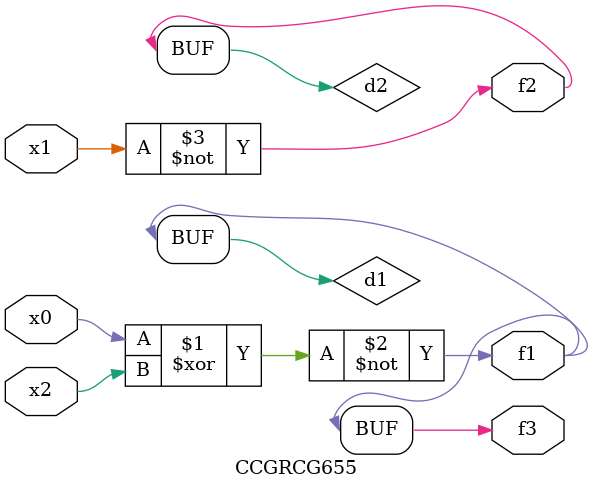
<source format=v>
module CCGRCG655(
	input x0, x1, x2,
	output f1, f2, f3
);

	wire d1, d2, d3;

	xnor (d1, x0, x2);
	nand (d2, x1);
	nor (d3, x1, x2);
	assign f1 = d1;
	assign f2 = d2;
	assign f3 = d1;
endmodule

</source>
